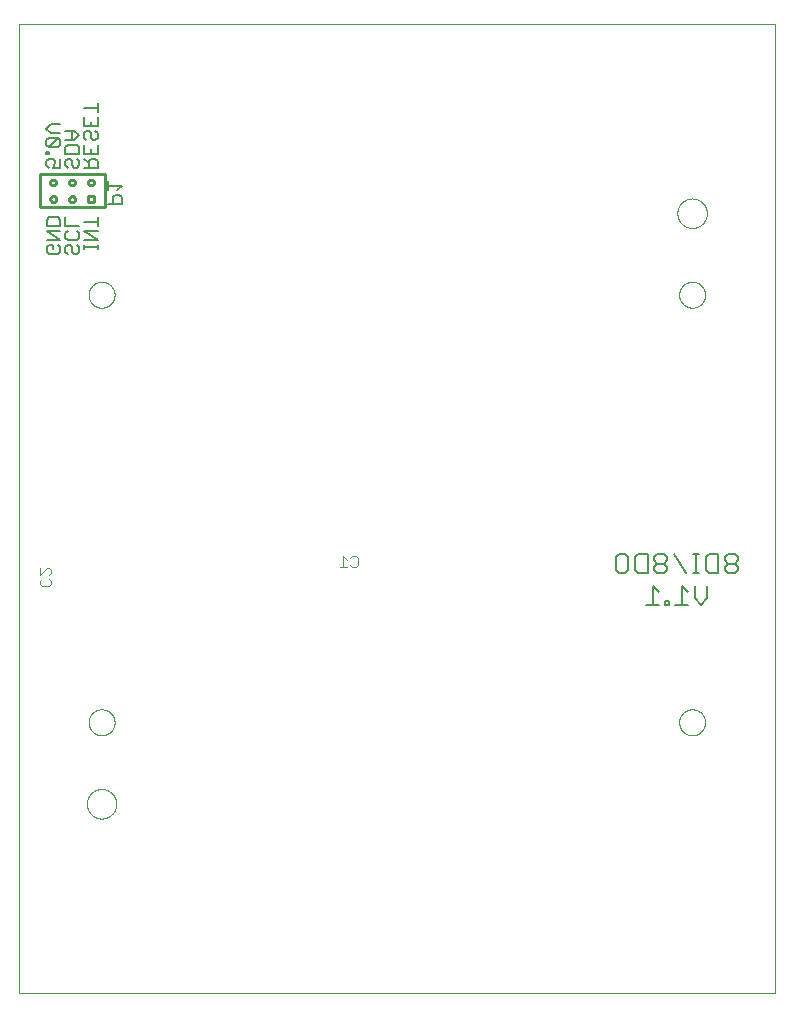
<source format=gbo>
G04 EAGLE Gerber RS-274X export*
G75*
%MOMM*%
%FSLAX34Y34*%
%LPD*%
%INSilk Bottom*%
%IPPOS*%
%AMOC8*
5,1,8,0,0,1.08239X$1,22.5*%
G01*
%ADD10C,0.000000*%
%ADD11C,0.254000*%
%ADD12C,0.127000*%
%ADD13C,0.177800*%
%ADD14C,0.101600*%


D10*
X0Y0D02*
X640000Y0D01*
X640000Y820000D01*
X0Y820000D01*
X0Y0D01*
X557500Y660000D02*
X557504Y660307D01*
X557515Y660613D01*
X557534Y660920D01*
X557560Y661225D01*
X557594Y661530D01*
X557635Y661834D01*
X557684Y662137D01*
X557740Y662439D01*
X557804Y662739D01*
X557875Y663037D01*
X557953Y663334D01*
X558038Y663629D01*
X558131Y663921D01*
X558231Y664211D01*
X558338Y664499D01*
X558452Y664784D01*
X558572Y665066D01*
X558700Y665344D01*
X558835Y665620D01*
X558976Y665892D01*
X559124Y666161D01*
X559278Y666426D01*
X559439Y666687D01*
X559607Y666945D01*
X559780Y667198D01*
X559960Y667446D01*
X560146Y667690D01*
X560337Y667930D01*
X560535Y668165D01*
X560738Y668394D01*
X560947Y668619D01*
X561161Y668839D01*
X561381Y669053D01*
X561606Y669262D01*
X561835Y669465D01*
X562070Y669663D01*
X562310Y669854D01*
X562554Y670040D01*
X562802Y670220D01*
X563055Y670393D01*
X563313Y670561D01*
X563574Y670722D01*
X563839Y670876D01*
X564108Y671024D01*
X564380Y671165D01*
X564656Y671300D01*
X564934Y671428D01*
X565216Y671548D01*
X565501Y671662D01*
X565789Y671769D01*
X566079Y671869D01*
X566371Y671962D01*
X566666Y672047D01*
X566963Y672125D01*
X567261Y672196D01*
X567561Y672260D01*
X567863Y672316D01*
X568166Y672365D01*
X568470Y672406D01*
X568775Y672440D01*
X569080Y672466D01*
X569387Y672485D01*
X569693Y672496D01*
X570000Y672500D01*
X570307Y672496D01*
X570613Y672485D01*
X570920Y672466D01*
X571225Y672440D01*
X571530Y672406D01*
X571834Y672365D01*
X572137Y672316D01*
X572439Y672260D01*
X572739Y672196D01*
X573037Y672125D01*
X573334Y672047D01*
X573629Y671962D01*
X573921Y671869D01*
X574211Y671769D01*
X574499Y671662D01*
X574784Y671548D01*
X575066Y671428D01*
X575344Y671300D01*
X575620Y671165D01*
X575892Y671024D01*
X576161Y670876D01*
X576426Y670722D01*
X576687Y670561D01*
X576945Y670393D01*
X577198Y670220D01*
X577446Y670040D01*
X577690Y669854D01*
X577930Y669663D01*
X578165Y669465D01*
X578394Y669262D01*
X578619Y669053D01*
X578839Y668839D01*
X579053Y668619D01*
X579262Y668394D01*
X579465Y668165D01*
X579663Y667930D01*
X579854Y667690D01*
X580040Y667446D01*
X580220Y667198D01*
X580393Y666945D01*
X580561Y666687D01*
X580722Y666426D01*
X580876Y666161D01*
X581024Y665892D01*
X581165Y665620D01*
X581300Y665344D01*
X581428Y665066D01*
X581548Y664784D01*
X581662Y664499D01*
X581769Y664211D01*
X581869Y663921D01*
X581962Y663629D01*
X582047Y663334D01*
X582125Y663037D01*
X582196Y662739D01*
X582260Y662439D01*
X582316Y662137D01*
X582365Y661834D01*
X582406Y661530D01*
X582440Y661225D01*
X582466Y660920D01*
X582485Y660613D01*
X582496Y660307D01*
X582500Y660000D01*
X582496Y659693D01*
X582485Y659387D01*
X582466Y659080D01*
X582440Y658775D01*
X582406Y658470D01*
X582365Y658166D01*
X582316Y657863D01*
X582260Y657561D01*
X582196Y657261D01*
X582125Y656963D01*
X582047Y656666D01*
X581962Y656371D01*
X581869Y656079D01*
X581769Y655789D01*
X581662Y655501D01*
X581548Y655216D01*
X581428Y654934D01*
X581300Y654656D01*
X581165Y654380D01*
X581024Y654108D01*
X580876Y653839D01*
X580722Y653574D01*
X580561Y653313D01*
X580393Y653055D01*
X580220Y652802D01*
X580040Y652554D01*
X579854Y652310D01*
X579663Y652070D01*
X579465Y651835D01*
X579262Y651606D01*
X579053Y651381D01*
X578839Y651161D01*
X578619Y650947D01*
X578394Y650738D01*
X578165Y650535D01*
X577930Y650337D01*
X577690Y650146D01*
X577446Y649960D01*
X577198Y649780D01*
X576945Y649607D01*
X576687Y649439D01*
X576426Y649278D01*
X576161Y649124D01*
X575892Y648976D01*
X575620Y648835D01*
X575344Y648700D01*
X575066Y648572D01*
X574784Y648452D01*
X574499Y648338D01*
X574211Y648231D01*
X573921Y648131D01*
X573629Y648038D01*
X573334Y647953D01*
X573037Y647875D01*
X572739Y647804D01*
X572439Y647740D01*
X572137Y647684D01*
X571834Y647635D01*
X571530Y647594D01*
X571225Y647560D01*
X570920Y647534D01*
X570613Y647515D01*
X570307Y647504D01*
X570000Y647500D01*
X569693Y647504D01*
X569387Y647515D01*
X569080Y647534D01*
X568775Y647560D01*
X568470Y647594D01*
X568166Y647635D01*
X567863Y647684D01*
X567561Y647740D01*
X567261Y647804D01*
X566963Y647875D01*
X566666Y647953D01*
X566371Y648038D01*
X566079Y648131D01*
X565789Y648231D01*
X565501Y648338D01*
X565216Y648452D01*
X564934Y648572D01*
X564656Y648700D01*
X564380Y648835D01*
X564108Y648976D01*
X563839Y649124D01*
X563574Y649278D01*
X563313Y649439D01*
X563055Y649607D01*
X562802Y649780D01*
X562554Y649960D01*
X562310Y650146D01*
X562070Y650337D01*
X561835Y650535D01*
X561606Y650738D01*
X561381Y650947D01*
X561161Y651161D01*
X560947Y651381D01*
X560738Y651606D01*
X560535Y651835D01*
X560337Y652070D01*
X560146Y652310D01*
X559960Y652554D01*
X559780Y652802D01*
X559607Y653055D01*
X559439Y653313D01*
X559278Y653574D01*
X559124Y653839D01*
X558976Y654108D01*
X558835Y654380D01*
X558700Y654656D01*
X558572Y654934D01*
X558452Y655216D01*
X558338Y655501D01*
X558231Y655789D01*
X558131Y656079D01*
X558038Y656371D01*
X557953Y656666D01*
X557875Y656963D01*
X557804Y657261D01*
X557740Y657561D01*
X557684Y657863D01*
X557635Y658166D01*
X557594Y658470D01*
X557560Y658775D01*
X557534Y659080D01*
X557515Y659387D01*
X557504Y659693D01*
X557500Y660000D01*
X57500Y160000D02*
X57504Y160307D01*
X57515Y160613D01*
X57534Y160920D01*
X57560Y161225D01*
X57594Y161530D01*
X57635Y161834D01*
X57684Y162137D01*
X57740Y162439D01*
X57804Y162739D01*
X57875Y163037D01*
X57953Y163334D01*
X58038Y163629D01*
X58131Y163921D01*
X58231Y164211D01*
X58338Y164499D01*
X58452Y164784D01*
X58572Y165066D01*
X58700Y165344D01*
X58835Y165620D01*
X58976Y165892D01*
X59124Y166161D01*
X59278Y166426D01*
X59439Y166687D01*
X59607Y166945D01*
X59780Y167198D01*
X59960Y167446D01*
X60146Y167690D01*
X60337Y167930D01*
X60535Y168165D01*
X60738Y168394D01*
X60947Y168619D01*
X61161Y168839D01*
X61381Y169053D01*
X61606Y169262D01*
X61835Y169465D01*
X62070Y169663D01*
X62310Y169854D01*
X62554Y170040D01*
X62802Y170220D01*
X63055Y170393D01*
X63313Y170561D01*
X63574Y170722D01*
X63839Y170876D01*
X64108Y171024D01*
X64380Y171165D01*
X64656Y171300D01*
X64934Y171428D01*
X65216Y171548D01*
X65501Y171662D01*
X65789Y171769D01*
X66079Y171869D01*
X66371Y171962D01*
X66666Y172047D01*
X66963Y172125D01*
X67261Y172196D01*
X67561Y172260D01*
X67863Y172316D01*
X68166Y172365D01*
X68470Y172406D01*
X68775Y172440D01*
X69080Y172466D01*
X69387Y172485D01*
X69693Y172496D01*
X70000Y172500D01*
X70307Y172496D01*
X70613Y172485D01*
X70920Y172466D01*
X71225Y172440D01*
X71530Y172406D01*
X71834Y172365D01*
X72137Y172316D01*
X72439Y172260D01*
X72739Y172196D01*
X73037Y172125D01*
X73334Y172047D01*
X73629Y171962D01*
X73921Y171869D01*
X74211Y171769D01*
X74499Y171662D01*
X74784Y171548D01*
X75066Y171428D01*
X75344Y171300D01*
X75620Y171165D01*
X75892Y171024D01*
X76161Y170876D01*
X76426Y170722D01*
X76687Y170561D01*
X76945Y170393D01*
X77198Y170220D01*
X77446Y170040D01*
X77690Y169854D01*
X77930Y169663D01*
X78165Y169465D01*
X78394Y169262D01*
X78619Y169053D01*
X78839Y168839D01*
X79053Y168619D01*
X79262Y168394D01*
X79465Y168165D01*
X79663Y167930D01*
X79854Y167690D01*
X80040Y167446D01*
X80220Y167198D01*
X80393Y166945D01*
X80561Y166687D01*
X80722Y166426D01*
X80876Y166161D01*
X81024Y165892D01*
X81165Y165620D01*
X81300Y165344D01*
X81428Y165066D01*
X81548Y164784D01*
X81662Y164499D01*
X81769Y164211D01*
X81869Y163921D01*
X81962Y163629D01*
X82047Y163334D01*
X82125Y163037D01*
X82196Y162739D01*
X82260Y162439D01*
X82316Y162137D01*
X82365Y161834D01*
X82406Y161530D01*
X82440Y161225D01*
X82466Y160920D01*
X82485Y160613D01*
X82496Y160307D01*
X82500Y160000D01*
X82496Y159693D01*
X82485Y159387D01*
X82466Y159080D01*
X82440Y158775D01*
X82406Y158470D01*
X82365Y158166D01*
X82316Y157863D01*
X82260Y157561D01*
X82196Y157261D01*
X82125Y156963D01*
X82047Y156666D01*
X81962Y156371D01*
X81869Y156079D01*
X81769Y155789D01*
X81662Y155501D01*
X81548Y155216D01*
X81428Y154934D01*
X81300Y154656D01*
X81165Y154380D01*
X81024Y154108D01*
X80876Y153839D01*
X80722Y153574D01*
X80561Y153313D01*
X80393Y153055D01*
X80220Y152802D01*
X80040Y152554D01*
X79854Y152310D01*
X79663Y152070D01*
X79465Y151835D01*
X79262Y151606D01*
X79053Y151381D01*
X78839Y151161D01*
X78619Y150947D01*
X78394Y150738D01*
X78165Y150535D01*
X77930Y150337D01*
X77690Y150146D01*
X77446Y149960D01*
X77198Y149780D01*
X76945Y149607D01*
X76687Y149439D01*
X76426Y149278D01*
X76161Y149124D01*
X75892Y148976D01*
X75620Y148835D01*
X75344Y148700D01*
X75066Y148572D01*
X74784Y148452D01*
X74499Y148338D01*
X74211Y148231D01*
X73921Y148131D01*
X73629Y148038D01*
X73334Y147953D01*
X73037Y147875D01*
X72739Y147804D01*
X72439Y147740D01*
X72137Y147684D01*
X71834Y147635D01*
X71530Y147594D01*
X71225Y147560D01*
X70920Y147534D01*
X70613Y147515D01*
X70307Y147504D01*
X70000Y147500D01*
X69693Y147504D01*
X69387Y147515D01*
X69080Y147534D01*
X68775Y147560D01*
X68470Y147594D01*
X68166Y147635D01*
X67863Y147684D01*
X67561Y147740D01*
X67261Y147804D01*
X66963Y147875D01*
X66666Y147953D01*
X66371Y148038D01*
X66079Y148131D01*
X65789Y148231D01*
X65501Y148338D01*
X65216Y148452D01*
X64934Y148572D01*
X64656Y148700D01*
X64380Y148835D01*
X64108Y148976D01*
X63839Y149124D01*
X63574Y149278D01*
X63313Y149439D01*
X63055Y149607D01*
X62802Y149780D01*
X62554Y149960D01*
X62310Y150146D01*
X62070Y150337D01*
X61835Y150535D01*
X61606Y150738D01*
X61381Y150947D01*
X61161Y151161D01*
X60947Y151381D01*
X60738Y151606D01*
X60535Y151835D01*
X60337Y152070D01*
X60146Y152310D01*
X59960Y152554D01*
X59780Y152802D01*
X59607Y153055D01*
X59439Y153313D01*
X59278Y153574D01*
X59124Y153839D01*
X58976Y154108D01*
X58835Y154380D01*
X58700Y154656D01*
X58572Y154934D01*
X58452Y155216D01*
X58338Y155501D01*
X58231Y155789D01*
X58131Y156079D01*
X58038Y156371D01*
X57953Y156666D01*
X57875Y156963D01*
X57804Y157261D01*
X57740Y157561D01*
X57684Y157863D01*
X57635Y158166D01*
X57594Y158470D01*
X57560Y158775D01*
X57534Y159080D01*
X57515Y159387D01*
X57504Y159693D01*
X57500Y160000D01*
X559000Y591000D02*
X559003Y591270D01*
X559013Y591540D01*
X559030Y591809D01*
X559053Y592078D01*
X559083Y592347D01*
X559119Y592614D01*
X559162Y592881D01*
X559211Y593146D01*
X559267Y593410D01*
X559330Y593673D01*
X559398Y593934D01*
X559474Y594193D01*
X559555Y594450D01*
X559643Y594706D01*
X559737Y594959D01*
X559837Y595210D01*
X559944Y595458D01*
X560056Y595703D01*
X560175Y595946D01*
X560299Y596185D01*
X560429Y596422D01*
X560565Y596655D01*
X560707Y596885D01*
X560854Y597111D01*
X561007Y597334D01*
X561165Y597553D01*
X561328Y597768D01*
X561497Y597978D01*
X561671Y598185D01*
X561850Y598387D01*
X562033Y598585D01*
X562222Y598778D01*
X562415Y598967D01*
X562613Y599150D01*
X562815Y599329D01*
X563022Y599503D01*
X563232Y599672D01*
X563447Y599835D01*
X563666Y599993D01*
X563889Y600146D01*
X564115Y600293D01*
X564345Y600435D01*
X564578Y600571D01*
X564815Y600701D01*
X565054Y600825D01*
X565297Y600944D01*
X565542Y601056D01*
X565790Y601163D01*
X566041Y601263D01*
X566294Y601357D01*
X566550Y601445D01*
X566807Y601526D01*
X567066Y601602D01*
X567327Y601670D01*
X567590Y601733D01*
X567854Y601789D01*
X568119Y601838D01*
X568386Y601881D01*
X568653Y601917D01*
X568922Y601947D01*
X569191Y601970D01*
X569460Y601987D01*
X569730Y601997D01*
X570000Y602000D01*
X570270Y601997D01*
X570540Y601987D01*
X570809Y601970D01*
X571078Y601947D01*
X571347Y601917D01*
X571614Y601881D01*
X571881Y601838D01*
X572146Y601789D01*
X572410Y601733D01*
X572673Y601670D01*
X572934Y601602D01*
X573193Y601526D01*
X573450Y601445D01*
X573706Y601357D01*
X573959Y601263D01*
X574210Y601163D01*
X574458Y601056D01*
X574703Y600944D01*
X574946Y600825D01*
X575185Y600701D01*
X575422Y600571D01*
X575655Y600435D01*
X575885Y600293D01*
X576111Y600146D01*
X576334Y599993D01*
X576553Y599835D01*
X576768Y599672D01*
X576978Y599503D01*
X577185Y599329D01*
X577387Y599150D01*
X577585Y598967D01*
X577778Y598778D01*
X577967Y598585D01*
X578150Y598387D01*
X578329Y598185D01*
X578503Y597978D01*
X578672Y597768D01*
X578835Y597553D01*
X578993Y597334D01*
X579146Y597111D01*
X579293Y596885D01*
X579435Y596655D01*
X579571Y596422D01*
X579701Y596185D01*
X579825Y595946D01*
X579944Y595703D01*
X580056Y595458D01*
X580163Y595210D01*
X580263Y594959D01*
X580357Y594706D01*
X580445Y594450D01*
X580526Y594193D01*
X580602Y593934D01*
X580670Y593673D01*
X580733Y593410D01*
X580789Y593146D01*
X580838Y592881D01*
X580881Y592614D01*
X580917Y592347D01*
X580947Y592078D01*
X580970Y591809D01*
X580987Y591540D01*
X580997Y591270D01*
X581000Y591000D01*
X580997Y590730D01*
X580987Y590460D01*
X580970Y590191D01*
X580947Y589922D01*
X580917Y589653D01*
X580881Y589386D01*
X580838Y589119D01*
X580789Y588854D01*
X580733Y588590D01*
X580670Y588327D01*
X580602Y588066D01*
X580526Y587807D01*
X580445Y587550D01*
X580357Y587294D01*
X580263Y587041D01*
X580163Y586790D01*
X580056Y586542D01*
X579944Y586297D01*
X579825Y586054D01*
X579701Y585815D01*
X579571Y585578D01*
X579435Y585345D01*
X579293Y585115D01*
X579146Y584889D01*
X578993Y584666D01*
X578835Y584447D01*
X578672Y584232D01*
X578503Y584022D01*
X578329Y583815D01*
X578150Y583613D01*
X577967Y583415D01*
X577778Y583222D01*
X577585Y583033D01*
X577387Y582850D01*
X577185Y582671D01*
X576978Y582497D01*
X576768Y582328D01*
X576553Y582165D01*
X576334Y582007D01*
X576111Y581854D01*
X575885Y581707D01*
X575655Y581565D01*
X575422Y581429D01*
X575185Y581299D01*
X574946Y581175D01*
X574703Y581056D01*
X574458Y580944D01*
X574210Y580837D01*
X573959Y580737D01*
X573706Y580643D01*
X573450Y580555D01*
X573193Y580474D01*
X572934Y580398D01*
X572673Y580330D01*
X572410Y580267D01*
X572146Y580211D01*
X571881Y580162D01*
X571614Y580119D01*
X571347Y580083D01*
X571078Y580053D01*
X570809Y580030D01*
X570540Y580013D01*
X570270Y580003D01*
X570000Y580000D01*
X569730Y580003D01*
X569460Y580013D01*
X569191Y580030D01*
X568922Y580053D01*
X568653Y580083D01*
X568386Y580119D01*
X568119Y580162D01*
X567854Y580211D01*
X567590Y580267D01*
X567327Y580330D01*
X567066Y580398D01*
X566807Y580474D01*
X566550Y580555D01*
X566294Y580643D01*
X566041Y580737D01*
X565790Y580837D01*
X565542Y580944D01*
X565297Y581056D01*
X565054Y581175D01*
X564815Y581299D01*
X564578Y581429D01*
X564345Y581565D01*
X564115Y581707D01*
X563889Y581854D01*
X563666Y582007D01*
X563447Y582165D01*
X563232Y582328D01*
X563022Y582497D01*
X562815Y582671D01*
X562613Y582850D01*
X562415Y583033D01*
X562222Y583222D01*
X562033Y583415D01*
X561850Y583613D01*
X561671Y583815D01*
X561497Y584022D01*
X561328Y584232D01*
X561165Y584447D01*
X561007Y584666D01*
X560854Y584889D01*
X560707Y585115D01*
X560565Y585345D01*
X560429Y585578D01*
X560299Y585815D01*
X560175Y586054D01*
X560056Y586297D01*
X559944Y586542D01*
X559837Y586790D01*
X559737Y587041D01*
X559643Y587294D01*
X559555Y587550D01*
X559474Y587807D01*
X559398Y588066D01*
X559330Y588327D01*
X559267Y588590D01*
X559211Y588854D01*
X559162Y589119D01*
X559119Y589386D01*
X559083Y589653D01*
X559053Y589922D01*
X559030Y590191D01*
X559013Y590460D01*
X559003Y590730D01*
X559000Y591000D01*
X559000Y229000D02*
X559003Y229270D01*
X559013Y229540D01*
X559030Y229809D01*
X559053Y230078D01*
X559083Y230347D01*
X559119Y230614D01*
X559162Y230881D01*
X559211Y231146D01*
X559267Y231410D01*
X559330Y231673D01*
X559398Y231934D01*
X559474Y232193D01*
X559555Y232450D01*
X559643Y232706D01*
X559737Y232959D01*
X559837Y233210D01*
X559944Y233458D01*
X560056Y233703D01*
X560175Y233946D01*
X560299Y234185D01*
X560429Y234422D01*
X560565Y234655D01*
X560707Y234885D01*
X560854Y235111D01*
X561007Y235334D01*
X561165Y235553D01*
X561328Y235768D01*
X561497Y235978D01*
X561671Y236185D01*
X561850Y236387D01*
X562033Y236585D01*
X562222Y236778D01*
X562415Y236967D01*
X562613Y237150D01*
X562815Y237329D01*
X563022Y237503D01*
X563232Y237672D01*
X563447Y237835D01*
X563666Y237993D01*
X563889Y238146D01*
X564115Y238293D01*
X564345Y238435D01*
X564578Y238571D01*
X564815Y238701D01*
X565054Y238825D01*
X565297Y238944D01*
X565542Y239056D01*
X565790Y239163D01*
X566041Y239263D01*
X566294Y239357D01*
X566550Y239445D01*
X566807Y239526D01*
X567066Y239602D01*
X567327Y239670D01*
X567590Y239733D01*
X567854Y239789D01*
X568119Y239838D01*
X568386Y239881D01*
X568653Y239917D01*
X568922Y239947D01*
X569191Y239970D01*
X569460Y239987D01*
X569730Y239997D01*
X570000Y240000D01*
X570270Y239997D01*
X570540Y239987D01*
X570809Y239970D01*
X571078Y239947D01*
X571347Y239917D01*
X571614Y239881D01*
X571881Y239838D01*
X572146Y239789D01*
X572410Y239733D01*
X572673Y239670D01*
X572934Y239602D01*
X573193Y239526D01*
X573450Y239445D01*
X573706Y239357D01*
X573959Y239263D01*
X574210Y239163D01*
X574458Y239056D01*
X574703Y238944D01*
X574946Y238825D01*
X575185Y238701D01*
X575422Y238571D01*
X575655Y238435D01*
X575885Y238293D01*
X576111Y238146D01*
X576334Y237993D01*
X576553Y237835D01*
X576768Y237672D01*
X576978Y237503D01*
X577185Y237329D01*
X577387Y237150D01*
X577585Y236967D01*
X577778Y236778D01*
X577967Y236585D01*
X578150Y236387D01*
X578329Y236185D01*
X578503Y235978D01*
X578672Y235768D01*
X578835Y235553D01*
X578993Y235334D01*
X579146Y235111D01*
X579293Y234885D01*
X579435Y234655D01*
X579571Y234422D01*
X579701Y234185D01*
X579825Y233946D01*
X579944Y233703D01*
X580056Y233458D01*
X580163Y233210D01*
X580263Y232959D01*
X580357Y232706D01*
X580445Y232450D01*
X580526Y232193D01*
X580602Y231934D01*
X580670Y231673D01*
X580733Y231410D01*
X580789Y231146D01*
X580838Y230881D01*
X580881Y230614D01*
X580917Y230347D01*
X580947Y230078D01*
X580970Y229809D01*
X580987Y229540D01*
X580997Y229270D01*
X581000Y229000D01*
X580997Y228730D01*
X580987Y228460D01*
X580970Y228191D01*
X580947Y227922D01*
X580917Y227653D01*
X580881Y227386D01*
X580838Y227119D01*
X580789Y226854D01*
X580733Y226590D01*
X580670Y226327D01*
X580602Y226066D01*
X580526Y225807D01*
X580445Y225550D01*
X580357Y225294D01*
X580263Y225041D01*
X580163Y224790D01*
X580056Y224542D01*
X579944Y224297D01*
X579825Y224054D01*
X579701Y223815D01*
X579571Y223578D01*
X579435Y223345D01*
X579293Y223115D01*
X579146Y222889D01*
X578993Y222666D01*
X578835Y222447D01*
X578672Y222232D01*
X578503Y222022D01*
X578329Y221815D01*
X578150Y221613D01*
X577967Y221415D01*
X577778Y221222D01*
X577585Y221033D01*
X577387Y220850D01*
X577185Y220671D01*
X576978Y220497D01*
X576768Y220328D01*
X576553Y220165D01*
X576334Y220007D01*
X576111Y219854D01*
X575885Y219707D01*
X575655Y219565D01*
X575422Y219429D01*
X575185Y219299D01*
X574946Y219175D01*
X574703Y219056D01*
X574458Y218944D01*
X574210Y218837D01*
X573959Y218737D01*
X573706Y218643D01*
X573450Y218555D01*
X573193Y218474D01*
X572934Y218398D01*
X572673Y218330D01*
X572410Y218267D01*
X572146Y218211D01*
X571881Y218162D01*
X571614Y218119D01*
X571347Y218083D01*
X571078Y218053D01*
X570809Y218030D01*
X570540Y218013D01*
X570270Y218003D01*
X570000Y218000D01*
X569730Y218003D01*
X569460Y218013D01*
X569191Y218030D01*
X568922Y218053D01*
X568653Y218083D01*
X568386Y218119D01*
X568119Y218162D01*
X567854Y218211D01*
X567590Y218267D01*
X567327Y218330D01*
X567066Y218398D01*
X566807Y218474D01*
X566550Y218555D01*
X566294Y218643D01*
X566041Y218737D01*
X565790Y218837D01*
X565542Y218944D01*
X565297Y219056D01*
X565054Y219175D01*
X564815Y219299D01*
X564578Y219429D01*
X564345Y219565D01*
X564115Y219707D01*
X563889Y219854D01*
X563666Y220007D01*
X563447Y220165D01*
X563232Y220328D01*
X563022Y220497D01*
X562815Y220671D01*
X562613Y220850D01*
X562415Y221033D01*
X562222Y221222D01*
X562033Y221415D01*
X561850Y221613D01*
X561671Y221815D01*
X561497Y222022D01*
X561328Y222232D01*
X561165Y222447D01*
X561007Y222666D01*
X560854Y222889D01*
X560707Y223115D01*
X560565Y223345D01*
X560429Y223578D01*
X560299Y223815D01*
X560175Y224054D01*
X560056Y224297D01*
X559944Y224542D01*
X559837Y224790D01*
X559737Y225041D01*
X559643Y225294D01*
X559555Y225550D01*
X559474Y225807D01*
X559398Y226066D01*
X559330Y226327D01*
X559267Y226590D01*
X559211Y226854D01*
X559162Y227119D01*
X559119Y227386D01*
X559083Y227653D01*
X559053Y227922D01*
X559030Y228191D01*
X559013Y228460D01*
X559003Y228730D01*
X559000Y229000D01*
X59000Y229000D02*
X59003Y229270D01*
X59013Y229540D01*
X59030Y229809D01*
X59053Y230078D01*
X59083Y230347D01*
X59119Y230614D01*
X59162Y230881D01*
X59211Y231146D01*
X59267Y231410D01*
X59330Y231673D01*
X59398Y231934D01*
X59474Y232193D01*
X59555Y232450D01*
X59643Y232706D01*
X59737Y232959D01*
X59837Y233210D01*
X59944Y233458D01*
X60056Y233703D01*
X60175Y233946D01*
X60299Y234185D01*
X60429Y234422D01*
X60565Y234655D01*
X60707Y234885D01*
X60854Y235111D01*
X61007Y235334D01*
X61165Y235553D01*
X61328Y235768D01*
X61497Y235978D01*
X61671Y236185D01*
X61850Y236387D01*
X62033Y236585D01*
X62222Y236778D01*
X62415Y236967D01*
X62613Y237150D01*
X62815Y237329D01*
X63022Y237503D01*
X63232Y237672D01*
X63447Y237835D01*
X63666Y237993D01*
X63889Y238146D01*
X64115Y238293D01*
X64345Y238435D01*
X64578Y238571D01*
X64815Y238701D01*
X65054Y238825D01*
X65297Y238944D01*
X65542Y239056D01*
X65790Y239163D01*
X66041Y239263D01*
X66294Y239357D01*
X66550Y239445D01*
X66807Y239526D01*
X67066Y239602D01*
X67327Y239670D01*
X67590Y239733D01*
X67854Y239789D01*
X68119Y239838D01*
X68386Y239881D01*
X68653Y239917D01*
X68922Y239947D01*
X69191Y239970D01*
X69460Y239987D01*
X69730Y239997D01*
X70000Y240000D01*
X70270Y239997D01*
X70540Y239987D01*
X70809Y239970D01*
X71078Y239947D01*
X71347Y239917D01*
X71614Y239881D01*
X71881Y239838D01*
X72146Y239789D01*
X72410Y239733D01*
X72673Y239670D01*
X72934Y239602D01*
X73193Y239526D01*
X73450Y239445D01*
X73706Y239357D01*
X73959Y239263D01*
X74210Y239163D01*
X74458Y239056D01*
X74703Y238944D01*
X74946Y238825D01*
X75185Y238701D01*
X75422Y238571D01*
X75655Y238435D01*
X75885Y238293D01*
X76111Y238146D01*
X76334Y237993D01*
X76553Y237835D01*
X76768Y237672D01*
X76978Y237503D01*
X77185Y237329D01*
X77387Y237150D01*
X77585Y236967D01*
X77778Y236778D01*
X77967Y236585D01*
X78150Y236387D01*
X78329Y236185D01*
X78503Y235978D01*
X78672Y235768D01*
X78835Y235553D01*
X78993Y235334D01*
X79146Y235111D01*
X79293Y234885D01*
X79435Y234655D01*
X79571Y234422D01*
X79701Y234185D01*
X79825Y233946D01*
X79944Y233703D01*
X80056Y233458D01*
X80163Y233210D01*
X80263Y232959D01*
X80357Y232706D01*
X80445Y232450D01*
X80526Y232193D01*
X80602Y231934D01*
X80670Y231673D01*
X80733Y231410D01*
X80789Y231146D01*
X80838Y230881D01*
X80881Y230614D01*
X80917Y230347D01*
X80947Y230078D01*
X80970Y229809D01*
X80987Y229540D01*
X80997Y229270D01*
X81000Y229000D01*
X80997Y228730D01*
X80987Y228460D01*
X80970Y228191D01*
X80947Y227922D01*
X80917Y227653D01*
X80881Y227386D01*
X80838Y227119D01*
X80789Y226854D01*
X80733Y226590D01*
X80670Y226327D01*
X80602Y226066D01*
X80526Y225807D01*
X80445Y225550D01*
X80357Y225294D01*
X80263Y225041D01*
X80163Y224790D01*
X80056Y224542D01*
X79944Y224297D01*
X79825Y224054D01*
X79701Y223815D01*
X79571Y223578D01*
X79435Y223345D01*
X79293Y223115D01*
X79146Y222889D01*
X78993Y222666D01*
X78835Y222447D01*
X78672Y222232D01*
X78503Y222022D01*
X78329Y221815D01*
X78150Y221613D01*
X77967Y221415D01*
X77778Y221222D01*
X77585Y221033D01*
X77387Y220850D01*
X77185Y220671D01*
X76978Y220497D01*
X76768Y220328D01*
X76553Y220165D01*
X76334Y220007D01*
X76111Y219854D01*
X75885Y219707D01*
X75655Y219565D01*
X75422Y219429D01*
X75185Y219299D01*
X74946Y219175D01*
X74703Y219056D01*
X74458Y218944D01*
X74210Y218837D01*
X73959Y218737D01*
X73706Y218643D01*
X73450Y218555D01*
X73193Y218474D01*
X72934Y218398D01*
X72673Y218330D01*
X72410Y218267D01*
X72146Y218211D01*
X71881Y218162D01*
X71614Y218119D01*
X71347Y218083D01*
X71078Y218053D01*
X70809Y218030D01*
X70540Y218013D01*
X70270Y218003D01*
X70000Y218000D01*
X69730Y218003D01*
X69460Y218013D01*
X69191Y218030D01*
X68922Y218053D01*
X68653Y218083D01*
X68386Y218119D01*
X68119Y218162D01*
X67854Y218211D01*
X67590Y218267D01*
X67327Y218330D01*
X67066Y218398D01*
X66807Y218474D01*
X66550Y218555D01*
X66294Y218643D01*
X66041Y218737D01*
X65790Y218837D01*
X65542Y218944D01*
X65297Y219056D01*
X65054Y219175D01*
X64815Y219299D01*
X64578Y219429D01*
X64345Y219565D01*
X64115Y219707D01*
X63889Y219854D01*
X63666Y220007D01*
X63447Y220165D01*
X63232Y220328D01*
X63022Y220497D01*
X62815Y220671D01*
X62613Y220850D01*
X62415Y221033D01*
X62222Y221222D01*
X62033Y221415D01*
X61850Y221613D01*
X61671Y221815D01*
X61497Y222022D01*
X61328Y222232D01*
X61165Y222447D01*
X61007Y222666D01*
X60854Y222889D01*
X60707Y223115D01*
X60565Y223345D01*
X60429Y223578D01*
X60299Y223815D01*
X60175Y224054D01*
X60056Y224297D01*
X59944Y224542D01*
X59837Y224790D01*
X59737Y225041D01*
X59643Y225294D01*
X59555Y225550D01*
X59474Y225807D01*
X59398Y226066D01*
X59330Y226327D01*
X59267Y226590D01*
X59211Y226854D01*
X59162Y227119D01*
X59119Y227386D01*
X59083Y227653D01*
X59053Y227922D01*
X59030Y228191D01*
X59013Y228460D01*
X59003Y228730D01*
X59000Y229000D01*
X59000Y591000D02*
X59003Y591270D01*
X59013Y591540D01*
X59030Y591809D01*
X59053Y592078D01*
X59083Y592347D01*
X59119Y592614D01*
X59162Y592881D01*
X59211Y593146D01*
X59267Y593410D01*
X59330Y593673D01*
X59398Y593934D01*
X59474Y594193D01*
X59555Y594450D01*
X59643Y594706D01*
X59737Y594959D01*
X59837Y595210D01*
X59944Y595458D01*
X60056Y595703D01*
X60175Y595946D01*
X60299Y596185D01*
X60429Y596422D01*
X60565Y596655D01*
X60707Y596885D01*
X60854Y597111D01*
X61007Y597334D01*
X61165Y597553D01*
X61328Y597768D01*
X61497Y597978D01*
X61671Y598185D01*
X61850Y598387D01*
X62033Y598585D01*
X62222Y598778D01*
X62415Y598967D01*
X62613Y599150D01*
X62815Y599329D01*
X63022Y599503D01*
X63232Y599672D01*
X63447Y599835D01*
X63666Y599993D01*
X63889Y600146D01*
X64115Y600293D01*
X64345Y600435D01*
X64578Y600571D01*
X64815Y600701D01*
X65054Y600825D01*
X65297Y600944D01*
X65542Y601056D01*
X65790Y601163D01*
X66041Y601263D01*
X66294Y601357D01*
X66550Y601445D01*
X66807Y601526D01*
X67066Y601602D01*
X67327Y601670D01*
X67590Y601733D01*
X67854Y601789D01*
X68119Y601838D01*
X68386Y601881D01*
X68653Y601917D01*
X68922Y601947D01*
X69191Y601970D01*
X69460Y601987D01*
X69730Y601997D01*
X70000Y602000D01*
X70270Y601997D01*
X70540Y601987D01*
X70809Y601970D01*
X71078Y601947D01*
X71347Y601917D01*
X71614Y601881D01*
X71881Y601838D01*
X72146Y601789D01*
X72410Y601733D01*
X72673Y601670D01*
X72934Y601602D01*
X73193Y601526D01*
X73450Y601445D01*
X73706Y601357D01*
X73959Y601263D01*
X74210Y601163D01*
X74458Y601056D01*
X74703Y600944D01*
X74946Y600825D01*
X75185Y600701D01*
X75422Y600571D01*
X75655Y600435D01*
X75885Y600293D01*
X76111Y600146D01*
X76334Y599993D01*
X76553Y599835D01*
X76768Y599672D01*
X76978Y599503D01*
X77185Y599329D01*
X77387Y599150D01*
X77585Y598967D01*
X77778Y598778D01*
X77967Y598585D01*
X78150Y598387D01*
X78329Y598185D01*
X78503Y597978D01*
X78672Y597768D01*
X78835Y597553D01*
X78993Y597334D01*
X79146Y597111D01*
X79293Y596885D01*
X79435Y596655D01*
X79571Y596422D01*
X79701Y596185D01*
X79825Y595946D01*
X79944Y595703D01*
X80056Y595458D01*
X80163Y595210D01*
X80263Y594959D01*
X80357Y594706D01*
X80445Y594450D01*
X80526Y594193D01*
X80602Y593934D01*
X80670Y593673D01*
X80733Y593410D01*
X80789Y593146D01*
X80838Y592881D01*
X80881Y592614D01*
X80917Y592347D01*
X80947Y592078D01*
X80970Y591809D01*
X80987Y591540D01*
X80997Y591270D01*
X81000Y591000D01*
X80997Y590730D01*
X80987Y590460D01*
X80970Y590191D01*
X80947Y589922D01*
X80917Y589653D01*
X80881Y589386D01*
X80838Y589119D01*
X80789Y588854D01*
X80733Y588590D01*
X80670Y588327D01*
X80602Y588066D01*
X80526Y587807D01*
X80445Y587550D01*
X80357Y587294D01*
X80263Y587041D01*
X80163Y586790D01*
X80056Y586542D01*
X79944Y586297D01*
X79825Y586054D01*
X79701Y585815D01*
X79571Y585578D01*
X79435Y585345D01*
X79293Y585115D01*
X79146Y584889D01*
X78993Y584666D01*
X78835Y584447D01*
X78672Y584232D01*
X78503Y584022D01*
X78329Y583815D01*
X78150Y583613D01*
X77967Y583415D01*
X77778Y583222D01*
X77585Y583033D01*
X77387Y582850D01*
X77185Y582671D01*
X76978Y582497D01*
X76768Y582328D01*
X76553Y582165D01*
X76334Y582007D01*
X76111Y581854D01*
X75885Y581707D01*
X75655Y581565D01*
X75422Y581429D01*
X75185Y581299D01*
X74946Y581175D01*
X74703Y581056D01*
X74458Y580944D01*
X74210Y580837D01*
X73959Y580737D01*
X73706Y580643D01*
X73450Y580555D01*
X73193Y580474D01*
X72934Y580398D01*
X72673Y580330D01*
X72410Y580267D01*
X72146Y580211D01*
X71881Y580162D01*
X71614Y580119D01*
X71347Y580083D01*
X71078Y580053D01*
X70809Y580030D01*
X70540Y580013D01*
X70270Y580003D01*
X70000Y580000D01*
X69730Y580003D01*
X69460Y580013D01*
X69191Y580030D01*
X68922Y580053D01*
X68653Y580083D01*
X68386Y580119D01*
X68119Y580162D01*
X67854Y580211D01*
X67590Y580267D01*
X67327Y580330D01*
X67066Y580398D01*
X66807Y580474D01*
X66550Y580555D01*
X66294Y580643D01*
X66041Y580737D01*
X65790Y580837D01*
X65542Y580944D01*
X65297Y581056D01*
X65054Y581175D01*
X64815Y581299D01*
X64578Y581429D01*
X64345Y581565D01*
X64115Y581707D01*
X63889Y581854D01*
X63666Y582007D01*
X63447Y582165D01*
X63232Y582328D01*
X63022Y582497D01*
X62815Y582671D01*
X62613Y582850D01*
X62415Y583033D01*
X62222Y583222D01*
X62033Y583415D01*
X61850Y583613D01*
X61671Y583815D01*
X61497Y584022D01*
X61328Y584232D01*
X61165Y584447D01*
X61007Y584666D01*
X60854Y584889D01*
X60707Y585115D01*
X60565Y585345D01*
X60429Y585578D01*
X60299Y585815D01*
X60175Y586054D01*
X60056Y586297D01*
X59944Y586542D01*
X59837Y586790D01*
X59737Y587041D01*
X59643Y587294D01*
X59555Y587550D01*
X59474Y587807D01*
X59398Y588066D01*
X59330Y588327D01*
X59267Y588590D01*
X59211Y588854D01*
X59162Y589119D01*
X59119Y589386D01*
X59083Y589653D01*
X59053Y589922D01*
X59030Y590191D01*
X59013Y590460D01*
X59003Y590730D01*
X59000Y591000D01*
D11*
X72500Y693000D02*
X17500Y693000D01*
X17500Y665000D01*
X72500Y665000D01*
X72500Y693000D01*
X63500Y669500D02*
X58500Y669500D01*
X58500Y674500D02*
X63500Y674500D01*
X58500Y674500D02*
X58500Y669500D01*
X63500Y669500D02*
X63500Y674500D01*
X58500Y686000D02*
X58502Y686099D01*
X58508Y686199D01*
X58518Y686298D01*
X58532Y686396D01*
X58549Y686494D01*
X58571Y686591D01*
X58596Y686687D01*
X58625Y686782D01*
X58658Y686876D01*
X58695Y686968D01*
X58735Y687059D01*
X58779Y687148D01*
X58827Y687236D01*
X58878Y687321D01*
X58932Y687404D01*
X58989Y687486D01*
X59050Y687564D01*
X59114Y687641D01*
X59180Y687714D01*
X59250Y687785D01*
X59322Y687853D01*
X59397Y687919D01*
X59475Y687981D01*
X59555Y688040D01*
X59637Y688096D01*
X59721Y688148D01*
X59808Y688197D01*
X59896Y688243D01*
X59986Y688285D01*
X60078Y688324D01*
X60171Y688359D01*
X60265Y688390D01*
X60361Y688417D01*
X60458Y688440D01*
X60555Y688460D01*
X60653Y688476D01*
X60752Y688488D01*
X60851Y688496D01*
X60950Y688500D01*
X61050Y688500D01*
X61149Y688496D01*
X61248Y688488D01*
X61347Y688476D01*
X61445Y688460D01*
X61542Y688440D01*
X61639Y688417D01*
X61735Y688390D01*
X61829Y688359D01*
X61922Y688324D01*
X62014Y688285D01*
X62104Y688243D01*
X62192Y688197D01*
X62279Y688148D01*
X62363Y688096D01*
X62445Y688040D01*
X62525Y687981D01*
X62603Y687919D01*
X62678Y687853D01*
X62750Y687785D01*
X62820Y687714D01*
X62886Y687641D01*
X62950Y687564D01*
X63011Y687486D01*
X63068Y687404D01*
X63122Y687321D01*
X63173Y687236D01*
X63221Y687148D01*
X63265Y687059D01*
X63305Y686968D01*
X63342Y686876D01*
X63375Y686782D01*
X63404Y686687D01*
X63429Y686591D01*
X63451Y686494D01*
X63468Y686396D01*
X63482Y686298D01*
X63492Y686199D01*
X63498Y686099D01*
X63500Y686000D01*
X63498Y685901D01*
X63492Y685801D01*
X63482Y685702D01*
X63468Y685604D01*
X63451Y685506D01*
X63429Y685409D01*
X63404Y685313D01*
X63375Y685218D01*
X63342Y685124D01*
X63305Y685032D01*
X63265Y684941D01*
X63221Y684852D01*
X63173Y684764D01*
X63122Y684679D01*
X63068Y684596D01*
X63011Y684514D01*
X62950Y684436D01*
X62886Y684359D01*
X62820Y684286D01*
X62750Y684215D01*
X62678Y684147D01*
X62603Y684081D01*
X62525Y684019D01*
X62445Y683960D01*
X62363Y683904D01*
X62279Y683852D01*
X62192Y683803D01*
X62104Y683757D01*
X62014Y683715D01*
X61922Y683676D01*
X61829Y683641D01*
X61735Y683610D01*
X61639Y683583D01*
X61542Y683560D01*
X61445Y683540D01*
X61347Y683524D01*
X61248Y683512D01*
X61149Y683504D01*
X61050Y683500D01*
X60950Y683500D01*
X60851Y683504D01*
X60752Y683512D01*
X60653Y683524D01*
X60555Y683540D01*
X60458Y683560D01*
X60361Y683583D01*
X60265Y683610D01*
X60171Y683641D01*
X60078Y683676D01*
X59986Y683715D01*
X59896Y683757D01*
X59808Y683803D01*
X59721Y683852D01*
X59637Y683904D01*
X59555Y683960D01*
X59475Y684019D01*
X59397Y684081D01*
X59322Y684147D01*
X59250Y684215D01*
X59180Y684286D01*
X59114Y684359D01*
X59050Y684436D01*
X58989Y684514D01*
X58932Y684596D01*
X58878Y684679D01*
X58827Y684764D01*
X58779Y684852D01*
X58735Y684941D01*
X58695Y685032D01*
X58658Y685124D01*
X58625Y685218D01*
X58596Y685313D01*
X58571Y685409D01*
X58549Y685506D01*
X58532Y685604D01*
X58518Y685702D01*
X58508Y685801D01*
X58502Y685901D01*
X58500Y686000D01*
X42500Y686000D02*
X42502Y686099D01*
X42508Y686199D01*
X42518Y686298D01*
X42532Y686396D01*
X42549Y686494D01*
X42571Y686591D01*
X42596Y686687D01*
X42625Y686782D01*
X42658Y686876D01*
X42695Y686968D01*
X42735Y687059D01*
X42779Y687148D01*
X42827Y687236D01*
X42878Y687321D01*
X42932Y687404D01*
X42989Y687486D01*
X43050Y687564D01*
X43114Y687641D01*
X43180Y687714D01*
X43250Y687785D01*
X43322Y687853D01*
X43397Y687919D01*
X43475Y687981D01*
X43555Y688040D01*
X43637Y688096D01*
X43721Y688148D01*
X43808Y688197D01*
X43896Y688243D01*
X43986Y688285D01*
X44078Y688324D01*
X44171Y688359D01*
X44265Y688390D01*
X44361Y688417D01*
X44458Y688440D01*
X44555Y688460D01*
X44653Y688476D01*
X44752Y688488D01*
X44851Y688496D01*
X44950Y688500D01*
X45050Y688500D01*
X45149Y688496D01*
X45248Y688488D01*
X45347Y688476D01*
X45445Y688460D01*
X45542Y688440D01*
X45639Y688417D01*
X45735Y688390D01*
X45829Y688359D01*
X45922Y688324D01*
X46014Y688285D01*
X46104Y688243D01*
X46192Y688197D01*
X46279Y688148D01*
X46363Y688096D01*
X46445Y688040D01*
X46525Y687981D01*
X46603Y687919D01*
X46678Y687853D01*
X46750Y687785D01*
X46820Y687714D01*
X46886Y687641D01*
X46950Y687564D01*
X47011Y687486D01*
X47068Y687404D01*
X47122Y687321D01*
X47173Y687236D01*
X47221Y687148D01*
X47265Y687059D01*
X47305Y686968D01*
X47342Y686876D01*
X47375Y686782D01*
X47404Y686687D01*
X47429Y686591D01*
X47451Y686494D01*
X47468Y686396D01*
X47482Y686298D01*
X47492Y686199D01*
X47498Y686099D01*
X47500Y686000D01*
X47498Y685901D01*
X47492Y685801D01*
X47482Y685702D01*
X47468Y685604D01*
X47451Y685506D01*
X47429Y685409D01*
X47404Y685313D01*
X47375Y685218D01*
X47342Y685124D01*
X47305Y685032D01*
X47265Y684941D01*
X47221Y684852D01*
X47173Y684764D01*
X47122Y684679D01*
X47068Y684596D01*
X47011Y684514D01*
X46950Y684436D01*
X46886Y684359D01*
X46820Y684286D01*
X46750Y684215D01*
X46678Y684147D01*
X46603Y684081D01*
X46525Y684019D01*
X46445Y683960D01*
X46363Y683904D01*
X46279Y683852D01*
X46192Y683803D01*
X46104Y683757D01*
X46014Y683715D01*
X45922Y683676D01*
X45829Y683641D01*
X45735Y683610D01*
X45639Y683583D01*
X45542Y683560D01*
X45445Y683540D01*
X45347Y683524D01*
X45248Y683512D01*
X45149Y683504D01*
X45050Y683500D01*
X44950Y683500D01*
X44851Y683504D01*
X44752Y683512D01*
X44653Y683524D01*
X44555Y683540D01*
X44458Y683560D01*
X44361Y683583D01*
X44265Y683610D01*
X44171Y683641D01*
X44078Y683676D01*
X43986Y683715D01*
X43896Y683757D01*
X43808Y683803D01*
X43721Y683852D01*
X43637Y683904D01*
X43555Y683960D01*
X43475Y684019D01*
X43397Y684081D01*
X43322Y684147D01*
X43250Y684215D01*
X43180Y684286D01*
X43114Y684359D01*
X43050Y684436D01*
X42989Y684514D01*
X42932Y684596D01*
X42878Y684679D01*
X42827Y684764D01*
X42779Y684852D01*
X42735Y684941D01*
X42695Y685032D01*
X42658Y685124D01*
X42625Y685218D01*
X42596Y685313D01*
X42571Y685409D01*
X42549Y685506D01*
X42532Y685604D01*
X42518Y685702D01*
X42508Y685801D01*
X42502Y685901D01*
X42500Y686000D01*
X26500Y686000D02*
X26502Y686099D01*
X26508Y686199D01*
X26518Y686298D01*
X26532Y686396D01*
X26549Y686494D01*
X26571Y686591D01*
X26596Y686687D01*
X26625Y686782D01*
X26658Y686876D01*
X26695Y686968D01*
X26735Y687059D01*
X26779Y687148D01*
X26827Y687236D01*
X26878Y687321D01*
X26932Y687404D01*
X26989Y687486D01*
X27050Y687564D01*
X27114Y687641D01*
X27180Y687714D01*
X27250Y687785D01*
X27322Y687853D01*
X27397Y687919D01*
X27475Y687981D01*
X27555Y688040D01*
X27637Y688096D01*
X27721Y688148D01*
X27808Y688197D01*
X27896Y688243D01*
X27986Y688285D01*
X28078Y688324D01*
X28171Y688359D01*
X28265Y688390D01*
X28361Y688417D01*
X28458Y688440D01*
X28555Y688460D01*
X28653Y688476D01*
X28752Y688488D01*
X28851Y688496D01*
X28950Y688500D01*
X29050Y688500D01*
X29149Y688496D01*
X29248Y688488D01*
X29347Y688476D01*
X29445Y688460D01*
X29542Y688440D01*
X29639Y688417D01*
X29735Y688390D01*
X29829Y688359D01*
X29922Y688324D01*
X30014Y688285D01*
X30104Y688243D01*
X30192Y688197D01*
X30279Y688148D01*
X30363Y688096D01*
X30445Y688040D01*
X30525Y687981D01*
X30603Y687919D01*
X30678Y687853D01*
X30750Y687785D01*
X30820Y687714D01*
X30886Y687641D01*
X30950Y687564D01*
X31011Y687486D01*
X31068Y687404D01*
X31122Y687321D01*
X31173Y687236D01*
X31221Y687148D01*
X31265Y687059D01*
X31305Y686968D01*
X31342Y686876D01*
X31375Y686782D01*
X31404Y686687D01*
X31429Y686591D01*
X31451Y686494D01*
X31468Y686396D01*
X31482Y686298D01*
X31492Y686199D01*
X31498Y686099D01*
X31500Y686000D01*
X31498Y685901D01*
X31492Y685801D01*
X31482Y685702D01*
X31468Y685604D01*
X31451Y685506D01*
X31429Y685409D01*
X31404Y685313D01*
X31375Y685218D01*
X31342Y685124D01*
X31305Y685032D01*
X31265Y684941D01*
X31221Y684852D01*
X31173Y684764D01*
X31122Y684679D01*
X31068Y684596D01*
X31011Y684514D01*
X30950Y684436D01*
X30886Y684359D01*
X30820Y684286D01*
X30750Y684215D01*
X30678Y684147D01*
X30603Y684081D01*
X30525Y684019D01*
X30445Y683960D01*
X30363Y683904D01*
X30279Y683852D01*
X30192Y683803D01*
X30104Y683757D01*
X30014Y683715D01*
X29922Y683676D01*
X29829Y683641D01*
X29735Y683610D01*
X29639Y683583D01*
X29542Y683560D01*
X29445Y683540D01*
X29347Y683524D01*
X29248Y683512D01*
X29149Y683504D01*
X29050Y683500D01*
X28950Y683500D01*
X28851Y683504D01*
X28752Y683512D01*
X28653Y683524D01*
X28555Y683540D01*
X28458Y683560D01*
X28361Y683583D01*
X28265Y683610D01*
X28171Y683641D01*
X28078Y683676D01*
X27986Y683715D01*
X27896Y683757D01*
X27808Y683803D01*
X27721Y683852D01*
X27637Y683904D01*
X27555Y683960D01*
X27475Y684019D01*
X27397Y684081D01*
X27322Y684147D01*
X27250Y684215D01*
X27180Y684286D01*
X27114Y684359D01*
X27050Y684436D01*
X26989Y684514D01*
X26932Y684596D01*
X26878Y684679D01*
X26827Y684764D01*
X26779Y684852D01*
X26735Y684941D01*
X26695Y685032D01*
X26658Y685124D01*
X26625Y685218D01*
X26596Y685313D01*
X26571Y685409D01*
X26549Y685506D01*
X26532Y685604D01*
X26518Y685702D01*
X26508Y685801D01*
X26502Y685901D01*
X26500Y686000D01*
X26500Y672000D02*
X26502Y672099D01*
X26508Y672199D01*
X26518Y672298D01*
X26532Y672396D01*
X26549Y672494D01*
X26571Y672591D01*
X26596Y672687D01*
X26625Y672782D01*
X26658Y672876D01*
X26695Y672968D01*
X26735Y673059D01*
X26779Y673148D01*
X26827Y673236D01*
X26878Y673321D01*
X26932Y673404D01*
X26989Y673486D01*
X27050Y673564D01*
X27114Y673641D01*
X27180Y673714D01*
X27250Y673785D01*
X27322Y673853D01*
X27397Y673919D01*
X27475Y673981D01*
X27555Y674040D01*
X27637Y674096D01*
X27721Y674148D01*
X27808Y674197D01*
X27896Y674243D01*
X27986Y674285D01*
X28078Y674324D01*
X28171Y674359D01*
X28265Y674390D01*
X28361Y674417D01*
X28458Y674440D01*
X28555Y674460D01*
X28653Y674476D01*
X28752Y674488D01*
X28851Y674496D01*
X28950Y674500D01*
X29050Y674500D01*
X29149Y674496D01*
X29248Y674488D01*
X29347Y674476D01*
X29445Y674460D01*
X29542Y674440D01*
X29639Y674417D01*
X29735Y674390D01*
X29829Y674359D01*
X29922Y674324D01*
X30014Y674285D01*
X30104Y674243D01*
X30192Y674197D01*
X30279Y674148D01*
X30363Y674096D01*
X30445Y674040D01*
X30525Y673981D01*
X30603Y673919D01*
X30678Y673853D01*
X30750Y673785D01*
X30820Y673714D01*
X30886Y673641D01*
X30950Y673564D01*
X31011Y673486D01*
X31068Y673404D01*
X31122Y673321D01*
X31173Y673236D01*
X31221Y673148D01*
X31265Y673059D01*
X31305Y672968D01*
X31342Y672876D01*
X31375Y672782D01*
X31404Y672687D01*
X31429Y672591D01*
X31451Y672494D01*
X31468Y672396D01*
X31482Y672298D01*
X31492Y672199D01*
X31498Y672099D01*
X31500Y672000D01*
X31498Y671901D01*
X31492Y671801D01*
X31482Y671702D01*
X31468Y671604D01*
X31451Y671506D01*
X31429Y671409D01*
X31404Y671313D01*
X31375Y671218D01*
X31342Y671124D01*
X31305Y671032D01*
X31265Y670941D01*
X31221Y670852D01*
X31173Y670764D01*
X31122Y670679D01*
X31068Y670596D01*
X31011Y670514D01*
X30950Y670436D01*
X30886Y670359D01*
X30820Y670286D01*
X30750Y670215D01*
X30678Y670147D01*
X30603Y670081D01*
X30525Y670019D01*
X30445Y669960D01*
X30363Y669904D01*
X30279Y669852D01*
X30192Y669803D01*
X30104Y669757D01*
X30014Y669715D01*
X29922Y669676D01*
X29829Y669641D01*
X29735Y669610D01*
X29639Y669583D01*
X29542Y669560D01*
X29445Y669540D01*
X29347Y669524D01*
X29248Y669512D01*
X29149Y669504D01*
X29050Y669500D01*
X28950Y669500D01*
X28851Y669504D01*
X28752Y669512D01*
X28653Y669524D01*
X28555Y669540D01*
X28458Y669560D01*
X28361Y669583D01*
X28265Y669610D01*
X28171Y669641D01*
X28078Y669676D01*
X27986Y669715D01*
X27896Y669757D01*
X27808Y669803D01*
X27721Y669852D01*
X27637Y669904D01*
X27555Y669960D01*
X27475Y670019D01*
X27397Y670081D01*
X27322Y670147D01*
X27250Y670215D01*
X27180Y670286D01*
X27114Y670359D01*
X27050Y670436D01*
X26989Y670514D01*
X26932Y670596D01*
X26878Y670679D01*
X26827Y670764D01*
X26779Y670852D01*
X26735Y670941D01*
X26695Y671032D01*
X26658Y671124D01*
X26625Y671218D01*
X26596Y671313D01*
X26571Y671409D01*
X26549Y671506D01*
X26532Y671604D01*
X26518Y671702D01*
X26508Y671801D01*
X26502Y671901D01*
X26500Y672000D01*
X42500Y672000D02*
X42502Y672099D01*
X42508Y672199D01*
X42518Y672298D01*
X42532Y672396D01*
X42549Y672494D01*
X42571Y672591D01*
X42596Y672687D01*
X42625Y672782D01*
X42658Y672876D01*
X42695Y672968D01*
X42735Y673059D01*
X42779Y673148D01*
X42827Y673236D01*
X42878Y673321D01*
X42932Y673404D01*
X42989Y673486D01*
X43050Y673564D01*
X43114Y673641D01*
X43180Y673714D01*
X43250Y673785D01*
X43322Y673853D01*
X43397Y673919D01*
X43475Y673981D01*
X43555Y674040D01*
X43637Y674096D01*
X43721Y674148D01*
X43808Y674197D01*
X43896Y674243D01*
X43986Y674285D01*
X44078Y674324D01*
X44171Y674359D01*
X44265Y674390D01*
X44361Y674417D01*
X44458Y674440D01*
X44555Y674460D01*
X44653Y674476D01*
X44752Y674488D01*
X44851Y674496D01*
X44950Y674500D01*
X45050Y674500D01*
X45149Y674496D01*
X45248Y674488D01*
X45347Y674476D01*
X45445Y674460D01*
X45542Y674440D01*
X45639Y674417D01*
X45735Y674390D01*
X45829Y674359D01*
X45922Y674324D01*
X46014Y674285D01*
X46104Y674243D01*
X46192Y674197D01*
X46279Y674148D01*
X46363Y674096D01*
X46445Y674040D01*
X46525Y673981D01*
X46603Y673919D01*
X46678Y673853D01*
X46750Y673785D01*
X46820Y673714D01*
X46886Y673641D01*
X46950Y673564D01*
X47011Y673486D01*
X47068Y673404D01*
X47122Y673321D01*
X47173Y673236D01*
X47221Y673148D01*
X47265Y673059D01*
X47305Y672968D01*
X47342Y672876D01*
X47375Y672782D01*
X47404Y672687D01*
X47429Y672591D01*
X47451Y672494D01*
X47468Y672396D01*
X47482Y672298D01*
X47492Y672199D01*
X47498Y672099D01*
X47500Y672000D01*
X47498Y671901D01*
X47492Y671801D01*
X47482Y671702D01*
X47468Y671604D01*
X47451Y671506D01*
X47429Y671409D01*
X47404Y671313D01*
X47375Y671218D01*
X47342Y671124D01*
X47305Y671032D01*
X47265Y670941D01*
X47221Y670852D01*
X47173Y670764D01*
X47122Y670679D01*
X47068Y670596D01*
X47011Y670514D01*
X46950Y670436D01*
X46886Y670359D01*
X46820Y670286D01*
X46750Y670215D01*
X46678Y670147D01*
X46603Y670081D01*
X46525Y670019D01*
X46445Y669960D01*
X46363Y669904D01*
X46279Y669852D01*
X46192Y669803D01*
X46104Y669757D01*
X46014Y669715D01*
X45922Y669676D01*
X45829Y669641D01*
X45735Y669610D01*
X45639Y669583D01*
X45542Y669560D01*
X45445Y669540D01*
X45347Y669524D01*
X45248Y669512D01*
X45149Y669504D01*
X45050Y669500D01*
X44950Y669500D01*
X44851Y669504D01*
X44752Y669512D01*
X44653Y669524D01*
X44555Y669540D01*
X44458Y669560D01*
X44361Y669583D01*
X44265Y669610D01*
X44171Y669641D01*
X44078Y669676D01*
X43986Y669715D01*
X43896Y669757D01*
X43808Y669803D01*
X43721Y669852D01*
X43637Y669904D01*
X43555Y669960D01*
X43475Y670019D01*
X43397Y670081D01*
X43322Y670147D01*
X43250Y670215D01*
X43180Y670286D01*
X43114Y670359D01*
X43050Y670436D01*
X42989Y670514D01*
X42932Y670596D01*
X42878Y670679D01*
X42827Y670764D01*
X42779Y670852D01*
X42735Y670941D01*
X42695Y671032D01*
X42658Y671124D01*
X42625Y671218D01*
X42596Y671313D01*
X42571Y671409D01*
X42549Y671506D01*
X42532Y671604D01*
X42518Y671702D01*
X42508Y671801D01*
X42502Y671901D01*
X42500Y672000D01*
D12*
X55285Y633264D02*
X55285Y629451D01*
X55285Y631358D02*
X66725Y631358D01*
X66725Y633264D02*
X66725Y629451D01*
X66725Y637247D02*
X55285Y637247D01*
X55285Y644874D02*
X66725Y637247D01*
X66725Y644874D02*
X55285Y644874D01*
X55285Y652754D02*
X66725Y652754D01*
X66725Y648941D02*
X66725Y656567D01*
X48818Y633180D02*
X50725Y631273D01*
X50725Y627460D01*
X48818Y625553D01*
X46912Y625553D01*
X45005Y627460D01*
X45005Y631273D01*
X43098Y633180D01*
X41192Y633180D01*
X39285Y631273D01*
X39285Y627460D01*
X41192Y625553D01*
X50725Y642967D02*
X48818Y644874D01*
X50725Y642967D02*
X50725Y639154D01*
X48818Y637247D01*
X41192Y637247D01*
X39285Y639154D01*
X39285Y642967D01*
X41192Y644874D01*
X39285Y648941D02*
X50725Y648941D01*
X39285Y648941D02*
X39285Y656567D01*
X33018Y633180D02*
X34925Y631273D01*
X34925Y627460D01*
X33018Y625553D01*
X25392Y625553D01*
X23485Y627460D01*
X23485Y631273D01*
X25392Y633180D01*
X29205Y633180D01*
X29205Y629366D01*
X23485Y637247D02*
X34925Y637247D01*
X23485Y644874D01*
X34925Y644874D01*
X34925Y648941D02*
X23485Y648941D01*
X23485Y654661D01*
X25392Y656567D01*
X33018Y656567D01*
X34925Y654661D01*
X34925Y648941D01*
X55285Y698635D02*
X66725Y698635D01*
X66725Y704355D01*
X64818Y706262D01*
X61005Y706262D01*
X59098Y704355D01*
X59098Y698635D01*
X59098Y702448D02*
X55285Y706262D01*
X66725Y710329D02*
X66725Y717955D01*
X66725Y710329D02*
X55285Y710329D01*
X55285Y717955D01*
X61005Y714142D02*
X61005Y710329D01*
X66725Y727743D02*
X64818Y729649D01*
X66725Y727743D02*
X66725Y723930D01*
X64818Y722023D01*
X62912Y722023D01*
X61005Y723930D01*
X61005Y727743D01*
X59098Y729649D01*
X57192Y729649D01*
X55285Y727743D01*
X55285Y723930D01*
X57192Y722023D01*
X66725Y733717D02*
X66725Y741343D01*
X66725Y733717D02*
X55285Y733717D01*
X55285Y741343D01*
X61005Y737530D02*
X61005Y733717D01*
X55285Y749224D02*
X66725Y749224D01*
X66725Y745411D02*
X66725Y753037D01*
X48818Y706262D02*
X50725Y704355D01*
X50725Y700542D01*
X48818Y698635D01*
X46912Y698635D01*
X45005Y700542D01*
X45005Y704355D01*
X43098Y706262D01*
X41192Y706262D01*
X39285Y704355D01*
X39285Y700542D01*
X41192Y698635D01*
X39285Y710329D02*
X50725Y710329D01*
X39285Y710329D02*
X39285Y716049D01*
X41192Y717955D01*
X48818Y717955D01*
X50725Y716049D01*
X50725Y710329D01*
X46912Y722023D02*
X39285Y722023D01*
X46912Y722023D02*
X50725Y725836D01*
X46912Y729649D01*
X39285Y729649D01*
X45005Y729649D02*
X45005Y722023D01*
X34725Y706262D02*
X34725Y698635D01*
X29005Y698635D01*
X30912Y702448D01*
X30912Y704355D01*
X29005Y706262D01*
X25192Y706262D01*
X23285Y704355D01*
X23285Y700542D01*
X25192Y698635D01*
X25192Y710329D02*
X23285Y710329D01*
X25192Y710329D02*
X25192Y712236D01*
X23285Y712236D01*
X23285Y710329D01*
X25192Y716176D02*
X32818Y716176D01*
X34725Y718083D01*
X34725Y721896D01*
X32818Y723802D01*
X25192Y723802D01*
X23285Y721896D01*
X23285Y718083D01*
X25192Y716176D01*
X32818Y723802D01*
X34725Y727870D02*
X27098Y727870D01*
X23285Y731683D01*
X27098Y735496D01*
X34725Y735496D01*
D13*
X606014Y371350D02*
X608683Y368680D01*
X606014Y371350D02*
X600675Y371350D01*
X598006Y368680D01*
X598006Y366011D01*
X600675Y363342D01*
X598006Y360673D01*
X598006Y358003D01*
X600675Y355334D01*
X606014Y355334D01*
X608683Y358003D01*
X608683Y360673D01*
X606014Y363342D01*
X608683Y366011D01*
X608683Y368680D01*
X606014Y363342D02*
X600675Y363342D01*
X592311Y371350D02*
X592311Y355334D01*
X584304Y355334D01*
X581634Y358003D01*
X581634Y368680D01*
X584304Y371350D01*
X592311Y371350D01*
X575940Y355334D02*
X570601Y355334D01*
X573271Y355334D02*
X573271Y371350D01*
X575940Y371350D02*
X570601Y371350D01*
X554348Y371350D02*
X565025Y355334D01*
X548654Y368680D02*
X545985Y371350D01*
X540646Y371350D01*
X537977Y368680D01*
X537977Y366011D01*
X540646Y363342D01*
X537977Y360673D01*
X537977Y358003D01*
X540646Y355334D01*
X545985Y355334D01*
X548654Y358003D01*
X548654Y360673D01*
X545985Y363342D01*
X548654Y366011D01*
X548654Y368680D01*
X545985Y363342D02*
X540646Y363342D01*
X532282Y371350D02*
X532282Y355334D01*
X524275Y355334D01*
X521605Y358003D01*
X521605Y368680D01*
X524275Y371350D01*
X532282Y371350D01*
X513242Y371350D02*
X507903Y371350D01*
X513242Y371350D02*
X515911Y368680D01*
X515911Y358003D01*
X513242Y355334D01*
X507903Y355334D01*
X505234Y358003D01*
X505234Y368680D01*
X507903Y371350D01*
X582761Y344680D02*
X582761Y334003D01*
X577423Y328664D01*
X572084Y334003D01*
X572084Y344680D01*
X566390Y339341D02*
X561051Y344680D01*
X561051Y328664D01*
X555713Y328664D02*
X566390Y328664D01*
X550018Y328664D02*
X550018Y331333D01*
X547349Y331333D01*
X547349Y328664D01*
X550018Y328664D01*
X541832Y339341D02*
X536494Y344680D01*
X536494Y328664D01*
X541832Y328664D02*
X531155Y328664D01*
D12*
X87075Y667941D02*
X75635Y667941D01*
X87075Y667941D02*
X87075Y673661D01*
X85168Y675568D01*
X81355Y675568D01*
X79448Y673661D01*
X79448Y667941D01*
X83262Y679635D02*
X87075Y683448D01*
X75635Y683448D01*
X75635Y679635D02*
X75635Y687261D01*
D14*
X282204Y369500D02*
X280705Y368001D01*
X282204Y369500D02*
X285201Y369500D01*
X286700Y368001D01*
X286700Y362007D01*
X285201Y360508D01*
X282204Y360508D01*
X280705Y362007D01*
X277492Y366502D02*
X274495Y369500D01*
X274495Y360508D01*
X277492Y360508D02*
X271498Y360508D01*
X26800Y348788D02*
X25301Y350287D01*
X26800Y348788D02*
X26800Y345791D01*
X25301Y344292D01*
X19307Y344292D01*
X17808Y345791D01*
X17808Y348788D01*
X19307Y350287D01*
X17808Y353500D02*
X17808Y359495D01*
X23802Y359495D02*
X17808Y353500D01*
X23802Y359495D02*
X25301Y359495D01*
X26800Y357996D01*
X26800Y354999D01*
X25301Y353500D01*
M02*

</source>
